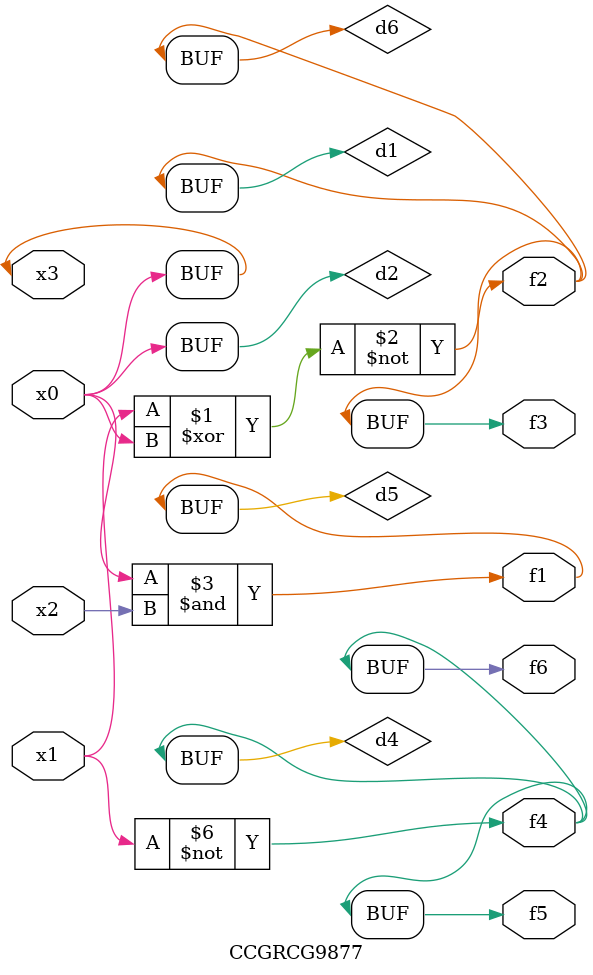
<source format=v>
module CCGRCG9877(
	input x0, x1, x2, x3,
	output f1, f2, f3, f4, f5, f6
);

	wire d1, d2, d3, d4, d5, d6;

	xnor (d1, x1, x3);
	buf (d2, x0, x3);
	nand (d3, x0, x2);
	not (d4, x1);
	nand (d5, d3);
	or (d6, d1);
	assign f1 = d5;
	assign f2 = d6;
	assign f3 = d6;
	assign f4 = d4;
	assign f5 = d4;
	assign f6 = d4;
endmodule

</source>
